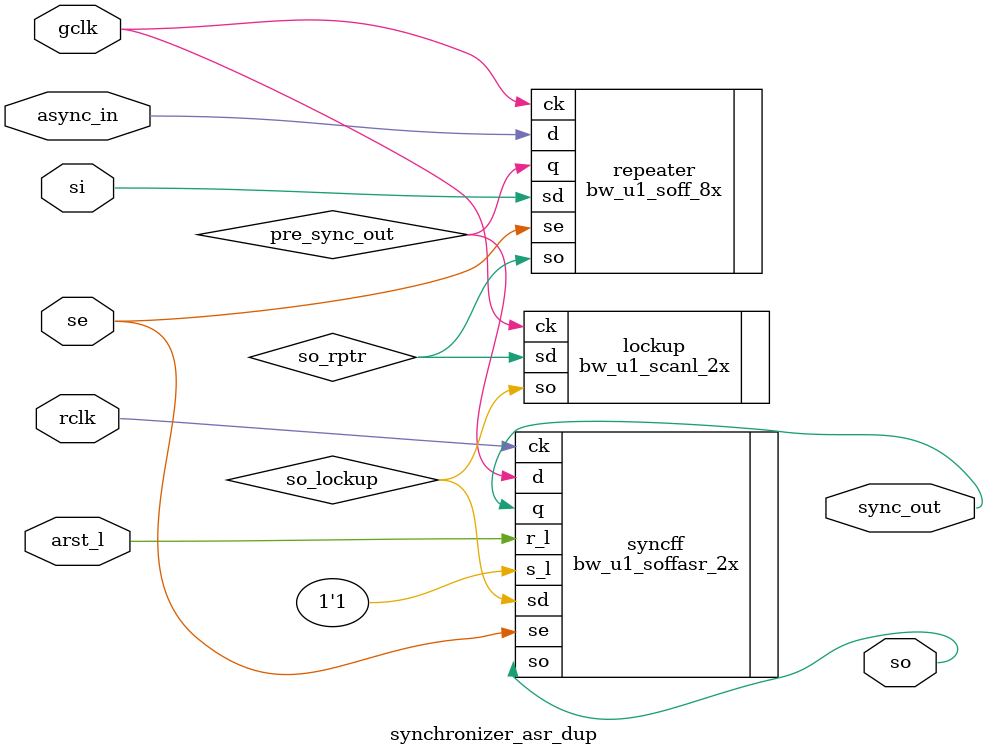
<source format=v>
module synchronizer_asr_dup (/*AUTOARG*/
   // Outputs
   sync_out, so, 
   // Inputs
   async_in, gclk, rclk, arst_l, si, se
   );

   output sync_out;
   output so;
   
   input  async_in;
   input  gclk;
   input  rclk;
   input  arst_l;
   input  si;
   input  se;

   wire   pre_sync_out;
   wire   so_rptr;
   wire   so_lockup;
   
   bw_u1_soff_8x repeater (
                              .q (pre_sync_out),
                              .so (so_rptr),
                              .ck (gclk),
                              .d (async_in),	
                              .se (se),
                              .sd (si)
			      );
   bw_u1_scanl_2x lockup (
			   .so (so_lockup),
			   .sd (so_rptr),
			   .ck (gclk)
			   );

   bw_u1_soffasr_2x syncff (
                            .q (sync_out),
                            .so (so),
                            .ck (rclk),
                            .d (pre_sync_out),
                            .r_l (arst_l),	
                            .s_l (1'b1),	
                            .se (se),
                            .sd (so_lockup)
			    );

endmodule // synchronizer_asr

</source>
